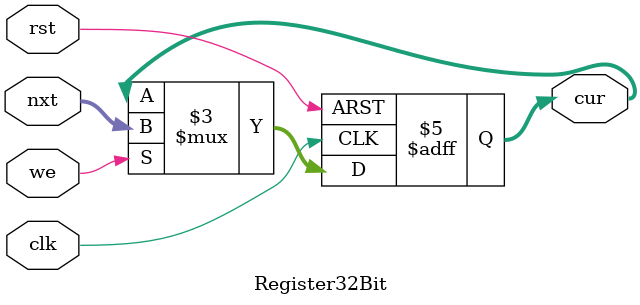
<source format=v>
`define DefaultValue 32'd0

module Register32Bit(clk, rst, we, nxt, cur);
    input clk, rst, we;
    input [31:0] nxt;
    output reg [31:0] cur;

    always @(posedge clk or posedge rst) begin
        if (rst)
            cur = `DefaultValue;
        else if (we)
            cur = nxt;
    end

endmodule
</source>
